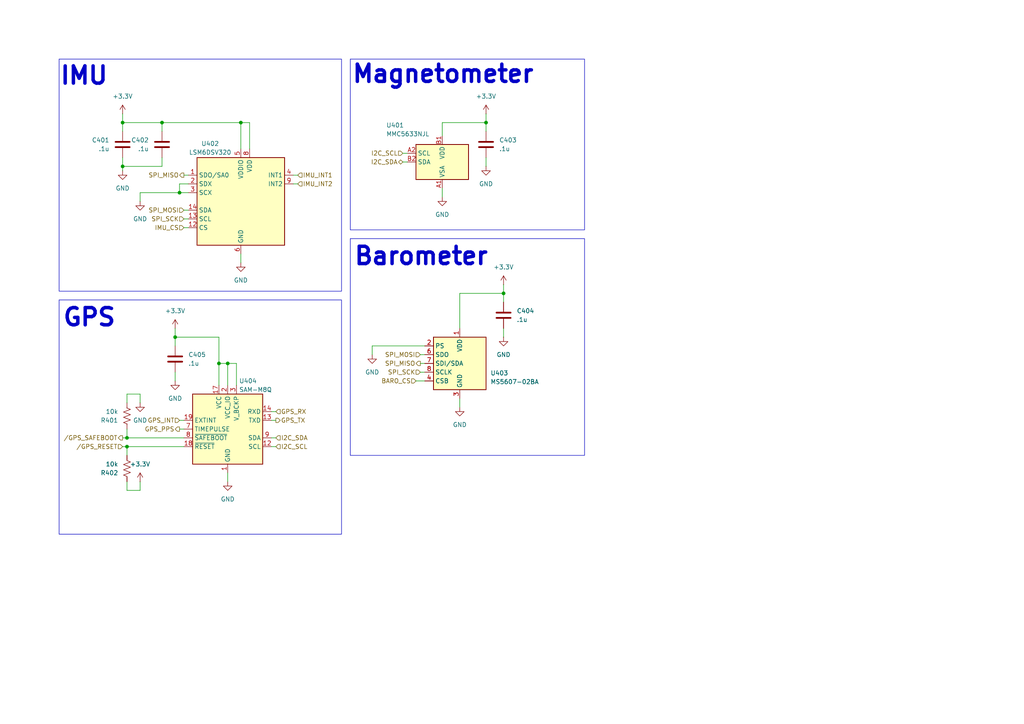
<source format=kicad_sch>
(kicad_sch (version 20250114) (generator "eeschema") (generator_version "9.0")
  (paper "A4")
  (title_block (title "Sensors") (company "Pioneer Rocketry"))
  (lib_symbols
    (symbol "Device:C" (pin_numbers (hide yes)) (pin_names (offset 0.254))
      (property "Reference" "C" (at 0.635 2.54 0))
      (property "Value" "C" (at 0.635 -2.54 0))
      (symbol "C_0_1"
        (polyline (pts (xy -2.032 0.762) (xy 2.032 0.762)) (stroke (width 0.508)))
        (polyline (pts (xy -2.032 -0.762) (xy 2.032 -0.762)) (stroke (width 0.508)))
      )
      (symbol "C_1_1"
        (pin passive line (at 0 3.81 270) (length 2.794) (name "~") (number "1"))
        (pin passive line (at 0 -3.81 90) (length 2.794) (name "~") (number "2"))
      )
    )
    (symbol "Device:R_US" (pin_numbers (hide yes)) (pin_names (offset 0))
      (property "Reference" "R" (at 2.54 0 90))
      (property "Value" "R_US" (at -2.54 0 90))
      (symbol "R_US_0_1"
        (polyline (pts (xy 0 2.286) (xy 0 2.54)))
        (polyline (pts (xy 0 2.286) (xy 1.016 1.905) (xy 0 1.524) (xy -1.016 1.143) (xy 0 0.762)))
        (polyline (pts (xy 0 0.762) (xy 1.016 0.381) (xy 0 0) (xy -1.016 -0.381) (xy 0 -0.762)))
        (polyline (pts (xy 0 -0.762) (xy 1.016 -1.143) (xy 0 -1.524) (xy -1.016 -1.905) (xy 0 -2.286)))
        (polyline (pts (xy 0 -2.286) (xy 0 -2.54)))
      )
      (symbol "R_US_1_1"
        (pin passive line (at 0 3.81 270) (length 1.27) (name "~") (number "1"))
        (pin passive line (at 0 -3.81 90) (length 1.27) (name "~") (number "2"))
      )
    )
    (symbol "RF_GPS:SAM-M8Q"
      (property "Reference" "U" (at -8.89 11.43 0))
      (property "Value" "SAM-M8Q" (at 8.89 11.43 0))
      (symbol "SAM-M8Q_0_1"
        (rectangle (start -10.16 10.16) (end 10.16 -10.16) (stroke (width 0.254)) (fill (type background)))
      )
      (symbol "SAM-M8Q_1_1"
        (pin input line (at -12.7 2.54 0) (length 2.54) (name "EXTINT") (number "19"))
        (pin output line (at -12.7 0 0) (length 2.54) (name "TIMEPULSE") (number "7"))
        (pin input line (at -12.7 -2.54 0) (length 2.54) (name "~{SAFEBOOT}") (number "8"))
        (pin input line (at -12.7 -5.08 0) (length 2.54) (name "~{RESET}") (number "18"))
        (pin power_in line (at -2.54 12.7 270) (length 2.54) (name "VCC") (number "17"))
        (pin power_in line (at 0 12.7 270) (length 2.54) (name "VCC_IO") (number "2"))
        (pin power_in line (at 0 -12.7 90) (length 2.54) (name "GND") (number "1"))
        (pin passive line (at 0 -12.7 90) (length 2.54) (hide yes) (name "GND") (number "10"))
        (pin passive line (at 0 -12.7 90) (length 2.54) (hide yes) (name "GND") (number "11"))
        (pin passive line (at 0 -12.7 90) (length 2.54) (hide yes) (name "GND") (number "15"))
        (pin passive line (at 0 -12.7 90) (length 2.54) (hide yes) (name "GND") (number "16"))
        (pin passive line (at 0 -12.7 90) (length 2.54) (hide yes) (name "GND") (number "20"))
        (pin passive line (at 0 -12.7 90) (length 2.54) (hide yes) (name "GND") (number "4"))
        (pin passive line (at 0 -12.7 90) (length 2.54) (hide yes) (name "GND") (number "5"))
        (pin passive line (at 0 -12.7 90) (length 2.54) (hide yes) (name "GND") (number "6"))
        (pin power_in line (at 2.54 12.7 270) (length 2.54) (name "V_BCKP") (number "3"))
        (pin input line (at 12.7 5.08 180) (length 2.54) (name "RXD") (number "14"))
        (pin output line (at 12.7 2.54 180) (length 2.54) (name "TXD") (number "13"))
        (pin bidirectional line (at 12.7 -2.54 180) (length 2.54) (name "SDA") (number "9"))
        (pin input line (at 12.7 -5.08 180) (length 2.54) (name "SCL") (number "12"))
      )
    )
    (symbol "Sensor_Magnetic:MMC5633NJL"
      (property "Reference" "U" (at -2.54 8.255 0))
      (property "Value" "MMC5633NJL" (at -2.54 6.35 0))
      (symbol "MMC5633NJL_0_1"
        (rectangle (start -7.62 -5.08) (end 7.62 5.08) (stroke (width 0.254)) (fill (type background)))
      )
      (symbol "MMC5633NJL_1_1"
        (pin input line (at -10.16 2.54 0) (length 2.54) (name "SCL") (number "A2"))
        (pin bidirectional line (at -10.16 0 0) (length 2.54) (name "SDA") (number "B2"))
        (pin power_in line (at 0 7.62 270) (length 2.54) (name "VDD") (number "B1"))
        (pin power_in line (at 0 -7.62 90) (length 2.54) (name "VSA") (number "A1"))
      )
    )
    (symbol "Sensor_Motion:LSM6DS3"
      (property "Reference" "U" (at -11.43 15.24 0))
      (property "Value" "LSM6DS3" (at -11.43 12.7 0))
      (symbol "LSM6DS3_0_1"
        (rectangle (start -12.7 12.7) (end 12.7 -12.7) (stroke (width 0.254)) (fill (type background)))
      )
      (symbol "LSM6DS3_1_1"
        (pin bidirectional line (at -15.24 7.62 0) (length 2.54) (name "SDO/SA0") (number "1"))
        (pin bidirectional line (at -15.24 5.08 0) (length 2.54) (name "SDX") (number "2"))
        (pin input line (at -15.24 2.54 0) (length 2.54) (name "SCX") (number "3"))
        (pin bidirectional line (at -15.24 -2.54 0) (length 2.54) (name "SDA") (number "14"))
        (pin input line (at -15.24 -5.08 0) (length 2.54) (name "SCL") (number "13"))
        (pin input line (at -15.24 -7.62 0) (length 2.54) (name "CS") (number "12"))
        (pin power_in line (at 0 15.24 270) (length 2.54) (name "VDDIO") (number "5"))
        (pin power_in line (at 0 -15.24 90) (length 2.54) (name "GND") (number "6"))
        (pin passive line (at 0 -15.24 90) (length 2.54) (hide yes) (name "GND") (number "7"))
        (pin power_in line (at 2.54 15.24 270) (length 2.54) (name "VDD") (number "8"))
        (pin no_connect line (at 12.7 -2.54 180) (length 3.81) (hide yes) (name "NC") (number "11"))
        (pin no_connect line (at 12.7 -5.08 180) (length 3.81) (hide yes) (name "NC") (number "10"))
        (pin output line (at 15.24 7.62 180) (length 2.54) (name "INT1") (number "4"))
        (pin output line (at 15.24 5.08 180) (length 2.54) (name "INT2") (number "9"))
      )
    )
    (symbol "Sensor_Pressure:MS5607-02BA"
      (property "Reference" "U" (at -6.35 8.89 0))
      (property "Value" "MS5607-02BA" (at 7.62 8.89 0))
      (symbol "MS5607-02BA_0_1"
        (rectangle (start -7.62 7.62) (end 7.62 -7.62) (stroke (width 0.254)) (fill (type background)))
      )
      (symbol "MS5607-02BA_1_1"
        (pin input line (at -10.16 5.08 0) (length 2.54) (name "PS") (number "2"))
        (pin output line (at -10.16 2.54 0) (length 2.54) (name "SDO") (number "6"))
        (pin bidirectional line (at -10.16 0 0) (length 2.54) (name "SDI/SDA") (number "7"))
        (pin input line (at -10.16 -2.54 0) (length 2.54) (name "SCLK") (number "8"))
        (pin input line (at -10.16 -5.08 0) (length 2.54) (name "CSB") (number "4"))
        (pin input line (at -10.16 -5.08 0) (length 2.54) (hide yes) (name "CSB") (number "5"))
        (pin power_in line (at 0 10.16 270) (length 2.54) (name "VDD") (number "1"))
        (pin power_in line (at 0 -10.16 90) (length 2.54) (name "GND") (number "3"))
      )
    )
    (symbol "power:+3.3V" (power) (pin_numbers (hide yes)) (pin_names (offset 0) (hide yes))
      (property "Value" "+3.3V" (at 0 3.556 0))
      (symbol "+3.3V_0_1"
        (polyline (pts (xy -0.762 1.27) (xy 0 2.54)))
        (polyline (pts (xy 0 2.54) (xy 0.762 1.27)))
        (polyline (pts (xy 0 0) (xy 0 2.54)))
      )
      (symbol "+3.3V_1_1"
        (pin power_in line (at 0 0 90) (length 0) (name "~") (number "1"))
      )
    )
    (symbol "power:GND" (power) (pin_numbers (hide yes)) (pin_names (offset 0) (hide yes))
      (property "Value" "GND" (at 0 -3.81 0))
      (symbol "GND_0_1"
        (polyline (pts (xy 0 0) (xy 0 -1.27) (xy 1.27 -1.27) (xy 0 -2.54) (xy -1.27 -1.27) (xy 0 -1.27)))
      )
      (symbol "GND_1_1"
        (pin power_in line (at 0 0 270) (length 0) (name "~") (number "1"))
      )
    )
  )
  (rectangle (start 101.6 17.145) (end 169.545 66.675))
  (rectangle (start 101.6 69.215) (end 169.545 132.08))
  (rectangle (start 17.145 86.995) (end 99.06 154.94))
  (rectangle (start 17.145 17.145) (end 99.06 84.455))
  (text "Barometer\n" (at 122.174 74.422 0) (effects (font (size 5 5) (thickness 1) (bold yes))))
  (text "GPS\n" (at 25.908 92.202 0) (effects (font (size 5 5) (thickness 1) (bold yes))))
  (text "IMU" (at 24.384 22.098 0) (effects (font (size 5 5) (thickness 1) (bold yes))))
  (text "Magnetometer" (at 128.524 21.59 0) (effects (font (size 5 5) (thickness 1) (bold yes))))
  (junction (at 46.99 35.56))
  (junction (at 66.04 105.41))
  (junction (at 63.5 105.41))
  (junction (at 146.05 85.09))
  (junction (at 35.56 48.26))
  (junction (at 36.83 129.54))
  (junction (at 69.85 35.56))
  (junction (at 36.83 127))
  (junction (at 50.8 97.79))
  (junction (at 35.56 35.56))
  (junction (at 52.07 55.88))
  (junction (at 140.97 35.56))
  (wire (pts (xy 85.09 53.34) (xy 86.36 53.34)))
  (wire (pts (xy 146.05 82.55) (xy 146.05 85.09)))
  (wire (pts (xy 40.64 114.3) (xy 36.83 114.3)))
  (wire (pts (xy 80.01 121.92) (xy 78.74 121.92)))
  (wire (pts (xy 52.07 55.88) (xy 52.07 53.34)))
  (wire (pts (xy 53.34 50.8) (xy 54.61 50.8)))
  (wire (pts (xy 133.35 85.09) (xy 146.05 85.09)))
  (wire (pts (xy 116.84 44.45) (xy 118.11 44.45)))
  (wire (pts (xy 40.64 58.42) (xy 40.64 55.88)))
  (wire (pts (xy 35.56 35.56) (xy 46.99 35.56)))
  (wire (pts (xy 40.64 142.24) (xy 36.83 142.24)))
  (wire (pts (xy 46.99 35.56) (xy 46.99 38.1)))
  (wire (pts (xy 121.92 105.41) (xy 123.19 105.41)))
  (wire (pts (xy 53.34 66.04) (xy 54.61 66.04)))
  (wire (pts (xy 128.27 54.61) (xy 128.27 57.15)))
  (wire (pts (xy 50.8 97.79) (xy 50.8 100.33)))
  (wire (pts (xy 63.5 105.41) (xy 63.5 111.76)))
  (wire (pts (xy 107.95 102.87) (xy 107.95 100.33)))
  (wire (pts (xy 80.01 119.38) (xy 78.74 119.38)))
  (wire (pts (xy 72.39 43.18) (xy 72.39 35.56)))
  (wire (pts (xy 63.5 105.41) (xy 66.04 105.41)))
  (wire (pts (xy 66.04 105.41) (xy 66.04 111.76)))
  (wire (pts (xy 35.56 45.72) (xy 35.56 48.26)))
  (wire (pts (xy 40.64 116.84) (xy 40.64 114.3)))
  (wire (pts (xy 36.83 129.54) (xy 53.34 129.54)))
  (wire (pts (xy 36.83 114.3) (xy 36.83 116.84)))
  (wire (pts (xy 40.64 55.88) (xy 52.07 55.88)))
  (wire (pts (xy 133.35 85.09) (xy 133.35 95.25)))
  (wire (pts (xy 52.07 53.34) (xy 54.61 53.34)))
  (wire (pts (xy 66.04 139.7) (xy 66.04 137.16)))
  (wire (pts (xy 133.35 115.57) (xy 133.35 118.11)))
  (wire (pts (xy 69.85 73.66) (xy 69.85 76.2)))
  (wire (pts (xy 50.8 107.95) (xy 50.8 110.49)))
  (wire (pts (xy 140.97 33.02) (xy 140.97 35.56)))
  (wire (pts (xy 35.56 48.26) (xy 46.99 48.26)))
  (wire (pts (xy 80.01 127) (xy 78.74 127)))
  (wire (pts (xy 53.34 124.46) (xy 52.07 124.46)))
  (wire (pts (xy 53.34 63.5) (xy 54.61 63.5)))
  (wire (pts (xy 36.83 129.54) (xy 36.83 132.08)))
  (wire (pts (xy 68.58 111.76) (xy 68.58 105.41)))
  (wire (pts (xy 85.09 50.8) (xy 86.36 50.8)))
  (wire (pts (xy 35.56 127) (xy 36.83 127)))
  (wire (pts (xy 69.85 35.56) (xy 69.85 43.18)))
  (wire (pts (xy 46.99 48.26) (xy 46.99 45.72)))
  (wire (pts (xy 40.64 142.24) (xy 40.64 139.7)))
  (wire (pts (xy 53.34 60.96) (xy 54.61 60.96)))
  (wire (pts (xy 36.83 127) (xy 36.83 124.46)))
  (wire (pts (xy 146.05 85.09) (xy 146.05 87.63)))
  (wire (pts (xy 128.27 35.56) (xy 140.97 35.56)))
  (wire (pts (xy 36.83 142.24) (xy 36.83 139.7)))
  (wire (pts (xy 46.99 35.56) (xy 69.85 35.56)))
  (wire (pts (xy 54.61 55.88) (xy 52.07 55.88)))
  (wire (pts (xy 146.05 95.25) (xy 146.05 97.79)))
  (wire (pts (xy 36.83 127) (xy 53.34 127)))
  (wire (pts (xy 50.8 95.25) (xy 50.8 97.79)))
  (wire (pts (xy 53.34 121.92) (xy 52.07 121.92)))
  (wire (pts (xy 63.5 97.79) (xy 63.5 105.41)))
  (wire (pts (xy 140.97 45.72) (xy 140.97 48.26)))
  (wire (pts (xy 121.92 102.87) (xy 123.19 102.87)))
  (wire (pts (xy 35.56 35.56) (xy 35.56 38.1)))
  (wire (pts (xy 69.85 35.56) (xy 72.39 35.56)))
  (wire (pts (xy 121.92 107.95) (xy 123.19 107.95)))
  (wire (pts (xy 128.27 35.56) (xy 128.27 39.37)))
  (wire (pts (xy 35.56 33.02) (xy 35.56 35.56)))
  (wire (pts (xy 116.84 46.99) (xy 118.11 46.99)))
  (wire (pts (xy 140.97 35.56) (xy 140.97 38.1)))
  (wire (pts (xy 35.56 48.26) (xy 35.56 49.53)))
  (wire (pts (xy 50.8 97.79) (xy 63.5 97.79)))
  (wire (pts (xy 120.65 110.49) (xy 123.19 110.49)))
  (wire (pts (xy 107.95 100.33) (xy 123.19 100.33)))
  (wire (pts (xy 80.01 129.54) (xy 78.74 129.54)))
  (wire (pts (xy 66.04 105.41) (xy 68.58 105.41)))
  (wire (pts (xy 35.56 129.54) (xy 36.83 129.54)))
  (hierarchical_label "GPS_INT" (shape input) (at 52.07 121.92 180))
  (hierarchical_label "{slash}GPS_RESET" (shape input) (at 35.56 129.54 180))
  (hierarchical_label "SPI_MOSI" (shape input) (at 53.34 60.96 180))
  (hierarchical_label "I2C_SCL" (shape input) (at 116.84 44.45 180))
  (hierarchical_label "GPS_TX" (shape output) (at 80.01 121.92 0))
  (hierarchical_label "BARO_CS" (shape input) (at 120.65 110.49 180))
  (hierarchical_label "IMU_CS" (shape input) (at 53.34 66.04 180))
  (hierarchical_label "I2C_SCL" (shape input) (at 80.01 129.54 0))
  (hierarchical_label "GPS_PPS" (shape output) (at 52.07 124.46 180))
  (hierarchical_label "SPI_SCK" (shape input) (at 53.34 63.5 180))
  (hierarchical_label "SPI_SCK" (shape input) (at 121.92 107.95 180))
  (hierarchical_label "IMU_INT1" (shape input) (at 86.36 50.8 0))
  (hierarchical_label "SPI_MOSI" (shape input) (at 121.92 102.87 180))
  (hierarchical_label "I2C_SDA" (shape bidirectional) (at 116.84 46.99 180))
  (hierarchical_label "GPS_RX" (shape input) (at 80.01 119.38 0))
  (hierarchical_label "IMU_INT2" (shape input) (at 86.36 53.34 0))
  (hierarchical_label "{slash}GPS_SAFEBOOT" (shape output) (at 35.56 127 180))
  (hierarchical_label "SPI_MISO" (shape output) (at 121.92 105.41 180))
  (hierarchical_label "I2C_SDA" (shape input) (at 80.01 127 0))
  (hierarchical_label "SPI_MISO" (shape output) (at 53.34 50.8 180))
  (symbol (lib_id "power:GND") (at 140.97 48.26 0) (unit 1)
    (property "Reference" "#PWR0403" (effects (hide yes)))
    (property "Value" "GND" (at 140.97 53.34 0))
    (property "Description" "Power symbol creates a global label with name \"GND\" , ground" (effects (hide yes)))
  )
  (symbol (lib_id "power:GND") (at 50.8 110.49 0) (unit 1)
    (property "Reference" "#PWR0412" (effects (hide yes)))
    (property "Value" "GND" (at 50.8 115.57 0))
    (property "Description" "Power symbol creates a global label with name \"GND\" , ground" (effects (hide yes)))
  )
  (symbol (lib_id "RF_GPS:SAM-M8Q") (at 66.04 124.46 0) (unit 1)
    (property "Reference" "U404" (at 69.342 110.49 0) (effects (justify left)))
    (property "Value" "SAM-M8Q" (at 69.342 113.03 0) (effects (justify left)))
    (property "Footprint" "RF_GPS:ublox_SAM-M8Q" (effects (hide yes)))
    (property "Datasheet" "https://www.u-blox.com/sites/default/files/SAM-M8Q_DataSheet_%28UBX-16012619%29.pdf" (effects (hide yes)))
    (property "Description" "GPS ublox M8 variant" (effects (hide yes)))
  )
  (symbol (lib_id "Device:C") (at 146.05 91.44 0) (unit 1)
    (property "Reference" "C404" (at 149.86 90.1699 0) (effects (justify left)))
    (property "Value" ".1u" (at 149.86 92.7099 0) (effects (justify left)))
    (property "Footprint" "Capacitor_SMD:C_0603_1608Metric_Pad1.08x0.95mm_HandSolder" (effects (hide yes)))
    (property "Description" "Unpolarized capacitor" (effects (hide yes)))
  )
  (symbol (lib_id "power:GND") (at 133.35 118.11 0) (unit 1)
    (property "Reference" "#PWR0414" (effects (hide yes)))
    (property "Value" "GND" (at 133.35 123.19 0))
    (property "Description" "Power symbol creates a global label with name \"GND\" , ground" (effects (hide yes)))
  )
  (symbol (lib_id "power:+3.3V") (at 146.05 82.55 0) (unit 1)
    (property "Reference" "#PWR0408" (effects (hide yes)))
    (property "Value" "+3.3V" (at 146.05 77.47 0))
    (property "Description" "Power symbol creates a global label with name \"+3.3V\"" (effects (hide yes)))
  )
  (symbol (lib_id "power:+3.3V") (at 40.64 139.7 0) (mirror y) (unit 1)
    (property "Reference" "#PWR0415" (effects (hide yes)))
    (property "Value" "+3.3V" (at 40.64 134.62 0))
    (property "Description" "Power symbol creates a global label with name \"+3.3V\"" (effects (hide yes)))
  )
  (symbol (lib_id "power:GND") (at 128.27 57.15 0) (unit 1)
    (property "Reference" "#PWR0405" (effects (hide yes)))
    (property "Value" "GND" (at 128.27 62.23 0))
    (property "Description" "Power symbol creates a global label with name \"GND\" , ground" (effects (hide yes)))
  )
  (symbol (lib_id "Sensor_Magnetic:MMC5633NJL") (at 128.27 46.99 0) (unit 1)
    (property "Reference" "U401" (at 112.014 36.322 0) (effects (justify left)))
    (property "Value" "MMC5633NJL" (at 112.014 38.862 0) (effects (justify left)))
    (property "Footprint" "Package_BGA:WLP-4_0.86x0.86mm_P0.4mm" (effects (hide yes)))
    (property "Datasheet" "http://www.memsic.com/uploadfiles/2020/08/20200827165106864.pdf" (effects (hide yes)))
    (property "Description" "3-axis AMR Magnetometer, 30 G, I2C & I3C  Interface, 2mG RMS, WLP-4" (effects (hide yes)))
  )
  (symbol (lib_id "Device:C") (at 140.97 41.91 0) (unit 1)
    (property "Reference" "C403" (at 144.78 40.6399 0) (effects (justify left)))
    (property "Value" ".1u" (at 144.78 43.1799 0) (effects (justify left)))
    (property "Footprint" "Capacitor_SMD:C_0603_1608Metric_Pad1.08x0.95mm_HandSolder" (effects (hide yes)))
    (property "Description" "Unpolarized capacitor" (effects (hide yes)))
  )
  (symbol (lib_id "Sensor_Motion:LSM6DS3") (at 69.85 58.42 0) (unit 1)
    (property "Reference" "U402" (at 60.96 41.656 0))
    (property "Value" "LSM6DSV320" (at 60.96 44.196 0))
    (property "Footprint" "Package_LGA:LGA-14_3x2.5mm_P0.5mm_LayoutBorder3x4y" (effects (hide yes)))
    (property "Datasheet" "https://www.st.com/resource/en/datasheet/lsm6ds3tr-c.pdf" (effects (hide yes)))
    (property "Description" "I2C/SPI, iNEMO inertial module: always-on 3D accelerometer and 3D gyroscope" (effects (hide yes)))
  )
  (symbol (lib_id "power:GND") (at 66.04 139.7 0) (unit 1)
    (property "Reference" "#PWR0416" (effects (hide yes)))
    (property "Value" "GND" (at 66.04 144.78 0))
    (property "Description" "Power symbol creates a global label with name \"GND\" , ground" (effects (hide yes)))
  )
  (symbol (lib_id "power:+3.3V") (at 50.8 95.25 0) (unit 1)
    (property "Reference" "#PWR0409" (effects (hide yes)))
    (property "Value" "+3.3V" (at 50.8 90.17 0))
    (property "Description" "Power symbol creates a global label with name \"+3.3V\"" (effects (hide yes)))
  )
  (symbol (lib_id "power:GND") (at 69.85 76.2 0) (unit 1)
    (property "Reference" "#PWR0407" (effects (hide yes)))
    (property "Value" "GND" (at 69.85 81.28 0))
    (property "Description" "Power symbol creates a global label with name \"GND\" , ground" (effects (hide yes)))
  )
  (symbol (lib_id "power:GND") (at 107.95 102.87 0) (unit 1)
    (property "Reference" "#PWR0411" (effects (hide yes)))
    (property "Value" "GND" (at 107.95 107.95 0))
    (property "Description" "Power symbol creates a global label with name \"GND\" , ground" (effects (hide yes)))
  )
  (symbol (lib_id "Device:C") (at 50.8 104.14 0) (unit 1)
    (property "Reference" "C405" (at 54.61 102.8699 0) (effects (justify left)))
    (property "Value" ".1u" (at 54.61 105.4099 0) (effects (justify left)))
    (property "Footprint" "Capacitor_SMD:C_0603_1608Metric_Pad1.08x0.95mm_HandSolder" (effects (hide yes)))
    (property "Description" "Unpolarized capacitor" (effects (hide yes)))
  )
  (symbol (lib_id "Sensor_Pressure:MS5607-02BA") (at 133.35 105.41 0) (unit 1)
    (property "Reference" "U403" (at 142.24 108.204 0) (effects (justify left)))
    (property "Value" "MS5607-02BA" (at 142.24 110.744 0) (effects (justify left)))
    (property "Footprint" "Package_LGA:LGA-8_3x5mm_P1.25mm" (effects (hide yes)))
    (property "Datasheet" "https://www.te.com/commerce/DocumentDelivery/DDEController?Action=showdoc&DocId=Data+Sheet%7FMS5607-02BA03%7FB2%7Fpdf%7FEnglish%7FENG_DS_MS5607-02BA03_B2.pdf%7FCAT-BLPS0035" (effects (hide yes)))
    (property "Description" "Barometric pressure sensor, 20cm resolution, 10 to 1200 mbar, I2C and SPI interface up to 20MHz, LGA-8" (effects (hide yes)))
  )
  (symbol (lib_id "Device:C") (at 46.99 41.91 0) (mirror y) (unit 1)
    (property "Reference" "C402" (at 43.18 40.6399 0) (effects (justify left)))
    (property "Value" ".1u" (at 43.18 43.1799 0) (effects (justify left)))
    (property "Footprint" "Capacitor_SMD:C_0603_1608Metric_Pad1.08x0.95mm_HandSolder" (effects (hide yes)))
    (property "Description" "Unpolarized capacitor" (effects (hide yes)))
  )
  (symbol (lib_id "Device:C") (at 35.56 41.91 0) (mirror y) (unit 1)
    (property "Reference" "C401" (at 31.75 40.6399 0) (effects (justify left)))
    (property "Value" ".1u" (at 31.75 43.1799 0) (effects (justify left)))
    (property "Footprint" "Capacitor_SMD:C_0603_1608Metric_Pad1.08x0.95mm_HandSolder" (effects (hide yes)))
    (property "Description" "Unpolarized capacitor" (effects (hide yes)))
  )
  (symbol (lib_id "power:GND") (at 146.05 97.79 0) (unit 1)
    (property "Reference" "#PWR0410" (effects (hide yes)))
    (property "Value" "GND" (at 146.05 102.87 0))
    (property "Description" "Power symbol creates a global label with name \"GND\" , ground" (effects (hide yes)))
  )
  (symbol (lib_id "power:+3.3V") (at 140.97 33.02 0) (unit 1)
    (property "Reference" "#PWR0402" (effects (hide yes)))
    (property "Value" "+3.3V" (at 140.97 27.94 0))
    (property "Description" "Power symbol creates a global label with name \"+3.3V\"" (effects (hide yes)))
  )
  (symbol (lib_id "power:GND") (at 40.64 116.84 0) (mirror y) (unit 1)
    (property "Reference" "#PWR0413" (effects (hide yes)))
    (property "Value" "GND" (at 40.64 121.92 0))
    (property "Description" "Power symbol creates a global label with name \"GND\" , ground" (effects (hide yes)))
  )
  (symbol (lib_id "power:GND") (at 40.64 58.42 0) (unit 1)
    (property "Reference" "#PWR0406" (effects (hide yes)))
    (property "Value" "GND" (at 40.64 63.5 0))
    (property "Description" "Power symbol creates a global label with name \"GND\" , ground" (effects (hide yes)))
  )
  (symbol (lib_id "Device:R_US") (at 36.83 135.89 180) (unit 1)
    (property "Reference" "R402" (at 34.29 137.1601 0) (effects (justify left)))
    (property "Value" "10k" (at 34.29 134.6201 0) (effects (justify left)))
    (property "Footprint" "Resistor_SMD:R_0603_1608Metric_Pad0.98x0.95mm_HandSolder" (effects (hide yes)))
    (property "Description" "Resistor, US symbol" (effects (hide yes)))
  )
  (symbol (lib_id "power:+3.3V") (at 35.56 33.02 0) (unit 1)
    (property "Reference" "#PWR0401" (effects (hide yes)))
    (property "Value" "+3.3V" (at 35.56 27.94 0))
    (property "Description" "Power symbol creates a global label with name \"+3.3V\"" (effects (hide yes)))
  )
  (symbol (lib_id "power:GND") (at 35.56 49.53 0) (unit 1)
    (property "Reference" "#PWR0404" (effects (hide yes)))
    (property "Value" "GND" (at 35.56 54.61 0))
    (property "Description" "Power symbol creates a global label with name \"GND\" , ground" (effects (hide yes)))
  )
  (symbol (lib_id "Device:R_US") (at 36.83 120.65 180) (unit 1)
    (property "Reference" "R401" (at 34.29 121.9201 0) (effects (justify left)))
    (property "Value" "10k" (at 34.29 119.3801 0) (effects (justify left)))
    (property "Footprint" "Resistor_SMD:R_0603_1608Metric_Pad0.98x0.95mm_HandSolder" (effects (hide yes)))
    (property "Description" "Resistor, US symbol" (effects (hide yes)))
  )
)
</source>
